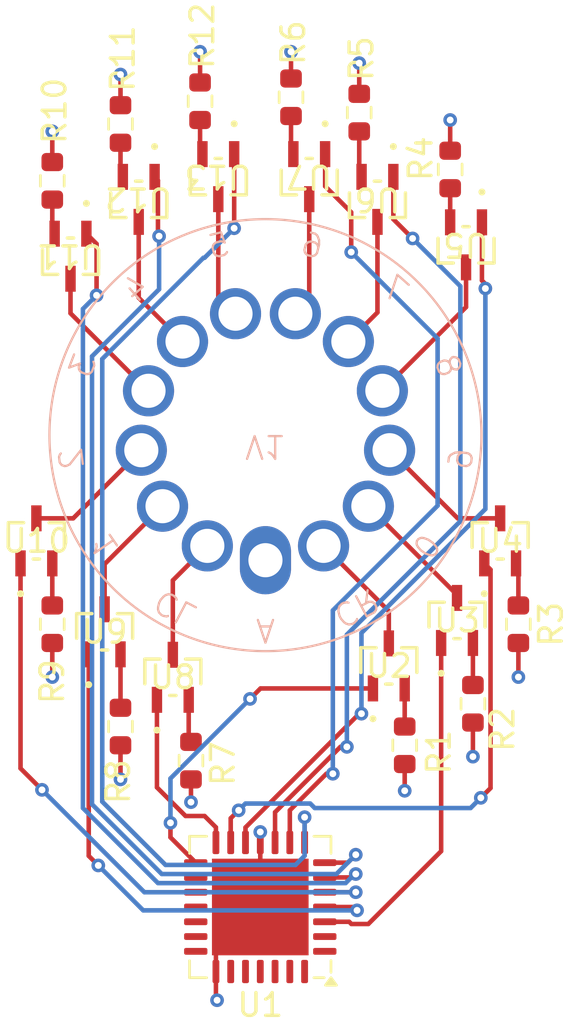
<source format=kicad_pcb>
(kicad_pcb (version 20240108) (generator "pcbnew") (generator_version "8.0")
  (layers (0 "F.Cu" signal) (1 "In1.Cu" signal) (2 "In2.Cu" signal) (3 "In3.Cu" signal) (4 "In4.Cu" signal) (31 "B.Cu" signal) (34 "B.Paste" user) (35 "F.Paste" user) (36 "B.SilkS" user "B.Silkscreen") (37 "F.SilkS" user "F.Silkscreen") (38 "B.Mask" user) (39 "F.Mask" user) (44 "Edge.Cuts" user))
  (net 0 "")
  (net 1 "GND")
  (net 2 "Net-(U2-EMITTER)")
  (net 3 "Net-(U3-EMITTER)")
  (net 4 "Net-(U4-EMITTER)")
  (net 5 "Net-(U5-EMITTER)")
  (net 6 "Net-(U6-EMITTER)")
  (net 7 "Net-(U7-EMITTER)")
  (net 8 "Net-(U8-EMITTER)")
  (net 9 "Net-(U9-EMITTER)")
  (net 10 "Net-(U10-EMITTER)")
  (net 11 "Net-(U11-EMITTER)")
  (net 12 "Net-(U12-EMITTER)")
  (net 13 "Net-(U13-EMITTER)")
  (net 14 "/Nixie_Block2/Cath_9")
  (net 15 "/A1")
  (net 16 "/Bypass_13")
  (net 17 "/Nixie_Block2/Cath_0")
  (net 18 "+5V")
  (net 19 "/Nixie_Block2/Cath_3")
  (net 20 "/A4")
  (net 21 "/A3")
  (net 22 "/Nixie_Block2/Cath_8")
  (net 23 "/Bypass_15")
  (net 24 "/A2")
  (net 25 "/Nixie_Block2/Comma_L")
  (net 26 "/Nixie_Block2/Cath_1")
  (net 27 "/SDA")
  (net 28 "/A5")
  (net 29 "/Bypass_12")
  (net 30 "/Nixie_Block2/Cath_4")
  (net 31 "/Nixie_Block2/Comma_R")
  (net 32 "/SCL")
  (net 33 "/Nixie_Block2/Cath_2")
  (net 34 "/Nixie_Block2/Cath_5")
  (net 35 "/Ext_Clk")
  (net 36 "/A0")
  (net 37 "/Bypass_14")
  (net 38 "/Nixie_Block2/Cath_7")
  (net 39 "/Nixie_Block2/Cath_6")
  (net 40 "Net-(U2-COLLECTOR)")
  (net 41 "Net-(U3-COLLECTOR)")
  (net 42 "Net-(U4-COLLECTOR)")
  (net 43 "Net-(U5-COLLECTOR)")
  (net 44 "Net-(U6-COLLECTOR)")
  (net 45 "Net-(U7-COLLECTOR)")
  (net 46 "Net-(U8-COLLECTOR)")
  (net 47 "Net-(U9-COLLECTOR)")
  (net 48 "Net-(U10-COLLECTOR)")
  (net 49 "Net-(U11-COLLECTOR)")
  (net 50 "Net-(U12-COLLECTOR)")
  (net 51 "Net-(U13-COLLECTOR)")
  (net 52 "+170V")
  (footprint "Package_DFN_QFN:QFN-28-1EP_6x6mm_P0.65mm_EP4.25x4.25mm" (layer "F.Cu") (at 162 103.952031 180)
    (property "Reference" "U1" (at 0 -4.31 0) (layer "F.SilkS"))
    (property "Value" "PCA9685BS")
    (fp_line (start 3.11 3.11) (end 3.11 2.36) (stroke (width 0.12)) (layer "F.SilkS"))
    (fp_line (start 3.11 -3.11) (end 3.11 -2.36) (stroke (width 0.12)) (layer "F.SilkS"))
    (fp_line (start 2.36 3.11) (end 3.11 3.11) (stroke (width 0.12)) (layer "F.SilkS"))
    (fp_line (start 2.36 -3.11) (end 3.11 -3.11) (stroke (width 0.12)) (layer "F.SilkS"))
    (fp_line (start -2.36 3.11) (end -3.11 3.11) (stroke (width 0.12)) (layer "F.SilkS"))
    (fp_line (start -2.36 -3.11) (end -2.81 -3.11) (stroke (width 0.12)) (layer "F.SilkS"))
    (fp_line (start -3.11 3.11) (end -3.11 2.36) (stroke (width 0.12)) (layer "F.SilkS"))
    (fp_line (start -3.11 -2.36) (end -3.11 -2.87) (stroke (width 0.12)) (layer "F.SilkS"))
    (fp_poly (pts (xy -3.11 -3.11) (xy -3.35 -3.44) (xy -2.87 -3.44) (xy -3.11 -3.11)) (stroke (width 0.12)) (fill solid) (layer "F.SilkS"))
    (pad "1" smd roundrect (at -2.8375 -1.95 180) (size 1.025 0.3) (layers "F.Cu" "F.Paste" "F.Mask") (net 21 "/A3"))
    (pad "2" smd roundrect (at -2.8375 -1.3 180) (size 1.025 0.3) (layers "F.Cu" "F.Paste" "F.Mask") (net 20 "/A4"))
    (pad "3" smd roundrect (at -2.8375 -0.65 180) (size 1.025 0.3) (layers "F.Cu" "F.Paste" "F.Mask") (net 17 "/Nixie_Block2/Cath_0"))
    (pad "4" smd roundrect (at -2.8375 0 180) (size 1.025 0.3) (layers "F.Cu" "F.Paste" "F.Mask") (net 26 "/Nixie_Block2/Cath_1"))
    (pad "5" smd roundrect (at -2.8375 0.65 180) (size 1.025 0.3) (layers "F.Cu" "F.Paste" "F.Mask") (net 33 "/Nixie_Block2/Cath_2"))
    (pad "6" smd roundrect (at -2.8375 1.3 180) (size 1.025 0.3) (layers "F.Cu" "F.Paste" "F.Mask") (net 19 "/Nixie_Block2/Cath_3"))
    (pad "7" smd roundrect (at -2.8375 1.95 180) (size 1.025 0.3) (layers "F.Cu" "F.Paste" "F.Mask") (net 30 "/Nixie_Block2/Cath_4"))
    (pad "8" smd roundrect (at -1.95 2.8375 180) (size 0.3 1.025) (layers "F.Cu" "F.Paste" "F.Mask") (net 34 "/Nixie_Block2/Cath_5"))
    (pad "9" smd roundrect (at -1.3 2.8375 180) (size 0.3 1.025) (layers "F.Cu" "F.Paste" "F.Mask") (net 39 "/Nixie_Block2/Cath_6"))
    (pad "10" smd roundrect (at -0.65 2.8375 180) (size 0.3 1.025) (layers "F.Cu" "F.Paste" "F.Mask") (net 38 "/Nixie_Block2/Cath_7"))
    (pad "11" smd roundrect (at 0 2.8375 180) (size 0.3 1.025) (layers "F.Cu" "F.Paste" "F.Mask") (net 1 "GND"))
    (pad "12" smd roundrect (at 0.65 2.8375 180) (size 0.3 1.025) (layers "F.Cu" "F.Paste" "F.Mask") (net 22 "/Nixie_Block2/Cath_8"))
    (pad "13" smd roundrect (at 1.3 2.8375 180) (size 0.3 1.025) (layers "F.Cu" "F.Paste" "F.Mask") (net 14 "/Nixie_Block2/Cath_9"))
    (pad "14" smd roundrect (at 1.95 2.8375 180) (size 0.3 1.025) (layers "F.Cu" "F.Paste" "F.Mask") (net 25 "/Nixie_Block2/Comma_L"))
    (pad "15" smd roundrect (at 2.8375 1.95 180) (size 1.025 0.3) (layers "F.Cu" "F.Paste" "F.Mask") (net 31 "/Nixie_Block2/Comma_R"))
    (pad "16" smd roundrect (at 2.8375 1.3 180) (size 1.025 0.3) (layers "F.Cu" "F.Paste" "F.Mask") (net 29 "/Bypass_12"))
    (pad "17" smd roundrect (at 2.8375 0.65 180) (size 1.025 0.3) (layers "F.Cu" "F.Paste" "F.Mask") (net 16 "/Bypass_13"))
    (pad "18" smd roundrect (at 2.8375 0 180) (size 1.025 0.3) (layers "F.Cu" "F.Paste" "F.Mask") (net 37 "/Bypass_14"))
    (pad "19" smd roundrect (at 2.8375 -0.65 180) (size 1.025 0.3) (layers "F.Cu" "F.Paste" "F.Mask") (net 23 "/Bypass_15"))
    (pad "20" smd roundrect (at 2.8375 -1.3 180) (size 1.025 0.3) (layers "F.Cu" "F.Paste" "F.Mask") (net 35 "/Ext_Clk"))
    (pad "21" smd roundrect (at 2.8375 -1.95 180) (size 1.025 0.3) (layers "F.Cu" "F.Paste" "F.Mask") (net 28 "/A5"))
    (pad "22" smd roundrect (at 1.95 -2.8375 180) (size 0.3 1.025) (layers "F.Cu" "F.Paste" "F.Mask") (net 1 "GND"))
    (pad "23" smd roundrect (at 1.3 -2.8375 180) (size 0.3 1.025) (layers "F.Cu" "F.Paste" "F.Mask") (net 32 "/SCL"))
    (pad "24" smd roundrect (at 0.65 -2.8375 180) (size 0.3 1.025) (layers "F.Cu" "F.Paste" "F.Mask") (net 27 "/SDA"))
    (pad "25" smd roundrect (at 0 -2.8375 180) (size 0.3 1.025) (layers "F.Cu" "F.Paste" "F.Mask") (net 18 "+5V"))
    (pad "26" smd roundrect (at -0.65 -2.8375 180) (size 0.3 1.025) (layers "F.Cu" "F.Paste" "F.Mask") (net 36 "/A0"))
    (pad "27" smd roundrect (at -1.3 -2.8375 180) (size 0.3 1.025) (layers "F.Cu" "F.Paste" "F.Mask") (net 15 "/A1"))
    (pad "28" smd roundrect (at -1.95 -2.8375 180) (size 0.3 1.025) (layers "F.Cu" "F.Paste" "F.Mask") (net 24 "/A2"))
    (pad "29" smd rect (at 0 0 180) (size 4.25 4.25) (property pad_prop_heatsink) (layers "F.Cu" "F.Mask") (net 1 "GND"))
  )
  (footprint "footprints:SOT-323-3_2P2X1P35_ONS" (layer "F.Cu") (at 172.551 87.8494)
    (property "Reference" "U4" (at 0 0 0) (layer "F.SilkS"))
    (property "Value" "MSD42WT1G" (hide yes))
    (fp_line (start -1.2319 -0.8001) (end -1.2319 0.285635) (stroke (width 0.1524)) (layer "F.SilkS"))
    (fp_line (start -0.56134 -0.8001) (end -1.2319 -0.8001) (stroke (width 0.1524)) (layer "F.SilkS"))
    (fp_line (start -0.13716 0.8001) (end 0.13716 0.8001) (stroke (width 0.1524)) (layer "F.SilkS"))
    (fp_line (start 1.2319 -0.8001) (end 0.56134 -0.8001) (stroke (width 0.1524)) (layer "F.SilkS"))
    (fp_line (start 1.2319 0.285635) (end 1.2319 -0.8001) (stroke (width 0.1524)) (layer "F.SilkS"))
    (fp_circle (center -0.6985 2.3241) (end -0.6223 2.3241) (stroke (width 0.1524)) (fill none) (layer "F.SilkS"))
    (pad "1" smd rect (at -0.6985 0.9906) (size 0.4572 1.143) (layers "F.Cu" "F.Paste" "F.Mask") (net 14 "/Nixie_Block2/Cath_9"))
    (pad "2" smd rect (at 0.6985 0.9906) (size 0.4572 1.143) (layers "F.Cu" "F.Paste" "F.Mask") (net 4 "Net-(U4-EMITTER)"))
    (pad "3" smd rect (at 0 -0.9906) (size 0.4572 1.143) (layers "F.Cu" "F.Paste" "F.Mask") (net 42 "Net-(U4-COLLECTOR)"))
  )
  (footprint "Resistor_SMD:R_0603_1608Metric" (layer "F.Cu") (at 155.8525 69.515 90)
    (property "Reference" "R11" (at 2.875 0.1 -90) (layer "F.SilkS"))
    (property "Value" "1K")
    (fp_line (start -0.237258 -0.5225) (end 0.237258 -0.5225) (stroke (width 0.12)) (layer "F.SilkS"))
    (fp_line (start -0.237258 0.5225) (end 0.237258 0.5225) (stroke (width 0.12)) (layer "F.SilkS"))
    (pad "1" smd roundrect (at -0.825 0 90) (size 0.8 0.95) (layers "F.Cu" "F.Paste" "F.Mask") (net 12 "Net-(U12-EMITTER)"))
    (pad "2" smd roundrect (at 0.825 0 90) (size 0.8 0.95) (layers "F.Cu" "F.Paste" "F.Mask") (net 1 "GND"))
  )
  (footprint "Resistor_SMD:R_0603_1608Metric" (layer "F.Cu") (at 155.8525 96.015 -90)
    (property "Reference" "R8" (at 2.425 0.1 -90) (layer "F.SilkS"))
    (property "Value" "1K")
    (fp_line (start -0.237258 0.5225) (end 0.237258 0.5225) (stroke (width 0.12)) (layer "F.SilkS"))
    (fp_line (start -0.237258 -0.5225) (end 0.237258 -0.5225) (stroke (width 0.12)) (layer "F.SilkS"))
    (pad "1" smd roundrect (at -0.825 0 270) (size 0.8 0.95) (layers "F.Cu" "F.Paste" "F.Mask") (net 9 "Net-(U9-EMITTER)"))
    (pad "2" smd roundrect (at 0.825 0 270) (size 0.8 0.95) (layers "F.Cu" "F.Paste" "F.Mask") (net 1 "GND"))
  )
  (footprint "footprints:SOT-323-3_2P2X1P35_ONS" (layer "F.Cu") (at 170.654 91.3494)
    (property "Reference" "U3" (at 0 0 0) (layer "F.SilkS"))
    (property "Value" "MSD42WT1G" (hide yes))
    (fp_line (start -1.2319 -0.8001) (end -1.2319 0.285635) (stroke (width 0.1524)) (layer "F.SilkS"))
    (fp_line (start -0.56134 -0.8001) (end -1.2319 -0.8001) (stroke (width 0.1524)) (layer "F.SilkS"))
    (fp_line (start -0.13716 0.8001) (end 0.13716 0.8001) (stroke (width 0.1524)) (layer "F.SilkS"))
    (fp_line (start 1.2319 -0.8001) (end 0.56134 -0.8001) (stroke (width 0.1524)) (layer "F.SilkS"))
    (fp_line (start 1.2319 0.285635) (end 1.2319 -0.8001) (stroke (width 0.1524)) (layer "F.SilkS"))
    (fp_circle (center -0.6985 2.3241) (end -0.6223 2.3241) (stroke (width 0.1524)) (fill none) (layer "F.SilkS"))
    (pad "1" smd rect (at -0.6985 0.9906) (size 0.4572 1.143) (layers "F.Cu" "F.Paste" "F.Mask") (net 17 "/Nixie_Block2/Cath_0"))
    (pad "2" smd rect (at 0.6985 0.9906) (size 0.4572 1.143) (layers "F.Cu" "F.Paste" "F.Mask") (net 3 "Net-(U3-EMITTER)"))
    (pad "3" smd rect (at 0 -0.9906) (size 0.4572 1.143) (layers "F.Cu" "F.Paste" "F.Mask") (net 41 "Net-(U3-COLLECTOR)"))
  )
  (footprint "Resistor_SMD:R_0603_1608Metric" (layer "F.Cu") (at 152.8525 72.015 90)
    (property "Reference" "R10" (at 3.075 0.1 -90) (layer "F.SilkS"))
    (property "Value" "1K")
    (fp_line (start -0.237258 -0.5225) (end 0.237258 -0.5225) (stroke (width 0.12)) (layer "F.SilkS"))
    (fp_line (start -0.237258 0.5225) (end 0.237258 0.5225) (stroke (width 0.12)) (layer "F.SilkS"))
    (pad "1" smd roundrect (at -0.825 0 90) (size 0.8 0.95) (layers "F.Cu" "F.Paste" "F.Mask") (net 11 "Net-(U11-EMITTER)"))
    (pad "2" smd roundrect (at 0.825 0 90) (size 0.8 0.95) (layers "F.Cu" "F.Paste" "F.Mask") (net 1 "GND"))
  )
  (footprint "Resistor_SMD:R_0603_1608Metric" (layer "F.Cu") (at 171.3525 95.015 -90)
    (property "Reference" "R2" (at 1.125 -1.3 -90) (layer "F.SilkS"))
    (property "Value" "1K")
    (fp_line (start -0.237258 0.5225) (end 0.237258 0.5225) (stroke (width 0.12)) (layer "F.SilkS"))
    (fp_line (start -0.237258 -0.5225) (end 0.237258 -0.5225) (stroke (width 0.12)) (layer "F.SilkS"))
    (pad "1" smd roundrect (at -0.825 0 270) (size 0.8 0.95) (layers "F.Cu" "F.Paste" "F.Mask") (net 3 "Net-(U3-EMITTER)"))
    (pad "2" smd roundrect (at 0.825 0 270) (size 0.8 0.95) (layers "F.Cu" "F.Paste" "F.Mask") (net 1 "GND"))
  )
  (footprint "Resistor_SMD:R_0603_1608Metric" (layer "F.Cu") (at 166.3525 69.015 90)
    (property "Reference" "R5" (at 2.375 0.1 -90) (layer "F.SilkS"))
    (property "Value" "1K")
    (fp_line (start -0.237258 -0.5225) (end 0.237258 -0.5225) (stroke (width 0.12)) (layer "F.SilkS"))
    (fp_line (start -0.237258 0.5225) (end 0.237258 0.5225) (stroke (width 0.12)) (layer "F.SilkS"))
    (pad "1" smd roundrect (at -0.825 0 90) (size 0.8 0.95) (layers "F.Cu" "F.Paste" "F.Mask") (net 6 "Net-(U6-EMITTER)"))
    (pad "2" smd roundrect (at 0.825 0 90) (size 0.8 0.95) (layers "F.Cu" "F.Paste" "F.Mask") (net 1 "GND"))
  )
  (footprint "Resistor_SMD:R_0603_1608Metric" (layer "F.Cu") (at 158.9525 97.515 -90)
    (property "Reference" "R7" (at 0.125 -1.4 -90) (layer "F.SilkS"))
    (property "Value" "7K87")
    (fp_line (start -0.237258 0.5225) (end 0.237258 0.5225) (stroke (width 0.12)) (layer "F.SilkS"))
    (fp_line (start -0.237258 -0.5225) (end 0.237258 -0.5225) (stroke (width 0.12)) (layer "F.SilkS"))
    (pad "1" smd roundrect (at -0.825 0 270) (size 0.8 0.95) (layers "F.Cu" "F.Paste" "F.Mask") (net 8 "Net-(U8-EMITTER)"))
    (pad "2" smd roundrect (at 0.825 0 270) (size 0.8 0.95) (layers "F.Cu" "F.Paste" "F.Mask") (net 1 "GND"))
  )
  (footprint "footprints:SOT-323-3_2P2X1P35_ONS" (layer "F.Cu") (at 152.154 87.8494)
    (property "Reference" "U10" (at 0 0 0) (layer "F.SilkS"))
    (property "Value" "MSD42WT1G" (hide yes))
    (fp_line (start -1.2319 -0.8001) (end -1.2319 0.285635) (stroke (width 0.1524)) (layer "F.SilkS"))
    (fp_line (start -0.56134 -0.8001) (end -1.2319 -0.8001) (stroke (width 0.1524)) (layer "F.SilkS"))
    (fp_line (start -0.13716 0.8001) (end 0.13716 0.8001) (stroke (width 0.1524)) (layer "F.SilkS"))
    (fp_line (start 1.2319 -0.8001) (end 0.56134 -0.8001) (stroke (width 0.1524)) (layer "F.SilkS"))
    (fp_line (start 1.2319 0.285635) (end 1.2319 -0.8001) (stroke (width 0.1524)) (layer "F.SilkS"))
    (fp_circle (center -0.6985 2.3241) (end -0.6223 2.3241) (stroke (width 0.1524)) (fill none) (layer "F.SilkS"))
    (pad "1" smd rect (at -0.6985 0.9906) (size 0.4572 1.143) (layers "F.Cu" "F.Paste" "F.Mask") (net 33 "/Nixie_Block2/Cath_2"))
    (pad "2" smd rect (at 0.6985 0.9906) (size 0.4572 1.143) (layers "F.Cu" "F.Paste" "F.Mask") (net 10 "Net-(U10-EMITTER)"))
    (pad "3" smd rect (at 0 -0.9906) (size 0.4572 1.143) (layers "F.Cu" "F.Paste" "F.Mask") (net 48 "Net-(U10-COLLECTOR)"))
  )
  (footprint "footprints:SOT-323-3_2P2X1P35_ONS" (layer "F.Cu") (at 164.154 71.8306 180)
    (property "Reference" "U7" (at 0 0 180) (layer "F.SilkS"))
    (property "Value" "MSD42WT1G" (hide yes))
    (fp_line (start 1.2319 0.285635) (end 1.2319 -0.8001) (stroke (width 0.1524)) (layer "F.SilkS"))
    (fp_line (start 1.2319 -0.8001) (end 0.56134 -0.8001) (stroke (width 0.1524)) (layer "F.SilkS"))
    (fp_line (start -0.13716 0.8001) (end 0.13716 0.8001) (stroke (width 0.1524)) (layer "F.SilkS"))
    (fp_line (start -0.56134 -0.8001) (end -1.2319 -0.8001) (stroke (width 0.1524)) (layer "F.SilkS"))
    (fp_line (start -1.2319 -0.8001) (end -1.2319 0.285635) (stroke (width 0.1524)) (layer "F.SilkS"))
    (fp_circle (center -0.6985 2.3241) (end -0.6223 2.3241) (stroke (width 0.1524)) (fill none) (layer "F.SilkS"))
    (pad "1" smd rect (at -0.6985 0.9906 180) (size 0.4572 1.143) (layers "F.Cu" "F.Paste" "F.Mask") (net 39 "/Nixie_Block2/Cath_6"))
    (pad "2" smd rect (at 0.6985 0.9906 180) (size 0.4572 1.143) (layers "F.Cu" "F.Paste" "F.Mask") (net 7 "Net-(U7-EMITTER)"))
    (pad "3" smd rect (at 0 -0.9906 180) (size 0.4572 1.143) (layers "F.Cu" "F.Paste" "F.Mask") (net 45 "Net-(U7-COLLECTOR)"))
  )
  (footprint "footprints:SOT-323-3_2P2X1P35_ONS" (layer "F.Cu") (at 160.154 71.8306 180)
    (property "Reference" "U13" (at 0 0 180) (layer "F.SilkS"))
    (property "Value" "MSD42WT1G" (hide yes))
    (fp_line (start 1.2319 0.285635) (end 1.2319 -0.8001) (stroke (width 0.1524)) (layer "F.SilkS"))
    (fp_line (start 1.2319 -0.8001) (end 0.56134 -0.8001) (stroke (width 0.1524)) (layer "F.SilkS"))
    (fp_line (start -0.13716 0.8001) (end 0.13716 0.8001) (stroke (width 0.1524)) (layer "F.SilkS"))
    (fp_line (start -0.56134 -0.8001) (end -1.2319 -0.8001) (stroke (width 0.1524)) (layer "F.SilkS"))
    (fp_line (start -1.2319 -0.8001) (end -1.2319 0.285635) (stroke (width 0.1524)) (layer "F.SilkS"))
    (fp_circle (center -0.6985 2.3241) (end -0.6223 2.3241) (stroke (width 0.1524)) (fill none) (layer "F.SilkS"))
    (pad "1" smd rect (at -0.6985 0.9906 180) (size 0.4572 1.143) (layers "F.Cu" "F.Paste" "F.Mask") (net 34 "/Nixie_Block2/Cath_5"))
    (pad "2" smd rect (at 0.6985 0.9906 180) (size 0.4572 1.143) (layers "F.Cu" "F.Paste" "F.Mask") (net 13 "Net-(U13-EMITTER)"))
    (pad "3" smd rect (at 0 -0.9906 180) (size 0.4572 1.143) (layers "F.Cu" "F.Paste" "F.Mask") (net 51 "Net-(U13-COLLECTOR)"))
  )
  (footprint "footprints:SOT-323-3_2P2X1P35_ONS" (layer "F.Cu") (at 171.051 74.8306 180)
    (property "Reference" "U5" (at 0 0 180) (layer "F.SilkS"))
    (property "Value" "MSD42WT1G" (hide yes))
    (fp_line (start 1.2319 0.285635) (end 1.2319 -0.8001) (stroke (width 0.1524)) (layer "F.SilkS"))
    (fp_line (start 1.2319 -0.8001) (end 0.56134 -0.8001) (stroke (width 0.1524)) (layer "F.SilkS"))
    (fp_line (start -0.13716 0.8001) (end 0.13716 0.8001) (stroke (width 0.1524)) (layer "F.SilkS"))
    (fp_line (start -0.56134 -0.8001) (end -1.2319 -0.8001) (stroke (width 0.1524)) (layer "F.SilkS"))
    (fp_line (start -1.2319 -0.8001) (end -1.2319 0.285635) (stroke (width 0.1524)) (layer "F.SilkS"))
    (fp_circle (center -0.6985 2.3241) (end -0.6223 2.3241) (stroke (width 0.1524)) (fill none) (layer "F.SilkS"))
    (pad "1" smd rect (at -0.6985 0.9906 180) (size 0.4572 1.143) (layers "F.Cu" "F.Paste" "F.Mask") (net 22 "/Nixie_Block2/Cath_8"))
    (pad "2" smd rect (at 0.6985 0.9906 180) (size 0.4572 1.143) (layers "F.Cu" "F.Paste" "F.Mask") (net 5 "Net-(U5-EMITTER)"))
    (pad "3" smd rect (at 0 -0.9906 180) (size 0.4572 1.143) (layers "F.Cu" "F.Paste" "F.Mask") (net 43 "Net-(U5-COLLECTOR)"))
  )
  (footprint "Resistor_SMD:R_0603_1608Metric" (layer "F.Cu") (at 173.3525 91.515 -90)
    (property "Reference" "R3" (at 0 -1.43 -90) (layer "F.SilkS"))
    (property "Value" "1K")
    (fp_line (start -0.237258 0.5225) (end 0.237258 0.5225) (stroke (width 0.12)) (layer "F.SilkS"))
    (fp_line (start -0.237258 -0.5225) (end 0.237258 -0.5225) (stroke (width 0.12)) (layer "F.SilkS"))
    (pad "1" smd roundrect (at -0.825 0 270) (size 0.8 0.95) (layers "F.Cu" "F.Paste" "F.Mask") (net 4 "Net-(U4-EMITTER)"))
    (pad "2" smd roundrect (at 0.825 0 270) (size 0.8 0.95) (layers "F.Cu" "F.Paste" "F.Mask") (net 1 "GND"))
  )
  (footprint "Resistor_SMD:R_0603_1608Metric" (layer "F.Cu") (at 163.3525 68.34 90)
    (property "Reference" "R6" (at 2.4 0.1 -90) (layer "F.SilkS"))
    (property "Value" "1K")
    (fp_line (start -0.237258 -0.5225) (end 0.237258 -0.5225) (stroke (width 0.12)) (layer "F.SilkS"))
    (fp_line (start -0.237258 0.5225) (end 0.237258 0.5225) (stroke (width 0.12)) (layer "F.SilkS"))
    (pad "1" smd roundrect (at -0.825 0 90) (size 0.8 0.95) (layers "F.Cu" "F.Paste" "F.Mask") (net 7 "Net-(U7-EMITTER)"))
    (pad "2" smd roundrect (at 0.825 0 90) (size 0.8 0.95) (layers "F.Cu" "F.Paste" "F.Mask") (net 1 "GND"))
  )
  (footprint "Resistor_SMD:R_0603_1608Metric" (layer "F.Cu") (at 170.3525 71.515 90)
    (property "Reference" "R4" (at 0.475 -1.3 -90) (layer "F.SilkS"))
    (property "Value" "1K")
    (fp_line (start -0.237258 -0.5225) (end 0.237258 -0.5225) (stroke (width 0.12)) (layer "F.SilkS"))
    (fp_line (start -0.237258 0.5225) (end 0.237258 0.5225) (stroke (width 0.12)) (layer "F.SilkS"))
    (pad "1" smd roundrect (at -0.825 0 90) (size 0.8 0.95) (layers "F.Cu" "F.Paste" "F.Mask") (net 5 "Net-(U5-EMITTER)"))
    (pad "2" smd roundrect (at 0.825 0 90) (size 0.8 0.95) (layers "F.Cu" "F.Paste" "F.Mask") (net 1 "GND"))
  )
  (footprint "Resistor_SMD:R_0603_1608Metric" (layer "F.Cu") (at 159.3525 68.515 90)
    (property "Reference" "R12" (at 2.875 0.1 -90) (layer "F.SilkS"))
    (property "Value" "1K")
    (fp_line (start -0.237258 -0.5225) (end 0.237258 -0.5225) (stroke (width 0.12)) (layer "F.SilkS"))
    (fp_line (start -0.237258 0.5225) (end 0.237258 0.5225) (stroke (width 0.12)) (layer "F.SilkS"))
    (pad "1" smd roundrect (at -0.825 0 90) (size 0.8 0.95) (layers "F.Cu" "F.Paste" "F.Mask") (net 13 "Net-(U13-EMITTER)"))
    (pad "2" smd roundrect (at 0.825 0 90) (size 0.8 0.95) (layers "F.Cu" "F.Paste" "F.Mask") (net 1 "GND"))
  )
  (footprint "footprints:SOT-323-3_2P2X1P35_ONS" (layer "F.Cu") (at 158.154 93.8494)
    (property "Reference" "U8" (at 0 0 0) (layer "F.SilkS"))
    (property "Value" "MSD42WT1G" (hide yes))
    (fp_line (start -1.2319 -0.8001) (end -1.2319 0.285635) (stroke (width 0.1524)) (layer "F.SilkS"))
    (fp_line (start -0.56134 -0.8001) (end -1.2319 -0.8001) (stroke (width 0.1524)) (layer "F.SilkS"))
    (fp_line (start -0.13716 0.8001) (end 0.13716 0.8001) (stroke (width 0.1524)) (layer "F.SilkS"))
    (fp_line (start 1.2319 -0.8001) (end 0.56134 -0.8001) (stroke (width 0.1524)) (layer "F.SilkS"))
    (fp_line (start 1.2319 0.285635) (end 1.2319 -0.8001) (stroke (width 0.1524)) (layer "F.SilkS"))
    (fp_circle (center -0.6985 2.3241) (end -0.6223 2.3241) (stroke (width 0.1524)) (fill none) (layer "F.SilkS"))
    (pad "1" smd rect (at -0.6985 0.9906) (size 0.4572 1.143) (layers "F.Cu" "F.Paste" "F.Mask") (net 25 "/Nixie_Block2/Comma_L"))
    (pad "2" smd rect (at 0.6985 0.9906) (size 0.4572 1.143) (layers "F.Cu" "F.Paste" "F.Mask") (net 8 "Net-(U8-EMITTER)"))
    (pad "3" smd rect (at 0 -0.9906) (size 0.4572 1.143) (layers "F.Cu" "F.Paste" "F.Mask") (net 46 "Net-(U8-COLLECTOR)"))
  )
  (footprint "footprints:SOT-323-3_2P2X1P35_ONS" (layer "F.Cu") (at 153.654 75.3306 180)
    (property "Reference" "U11" (at 0 0 180) (layer "F.SilkS"))
    (property "Value" "MSD42WT1G" (hide yes))
    (fp_line (start 1.2319 0.285635) (end 1.2319 -0.8001) (stroke (width 0.1524)) (layer "F.SilkS"))
    (fp_line (start 1.2319 -0.8001) (end 0.56134 -0.8001) (stroke (width 0.1524)) (layer "F.SilkS"))
    (fp_line (start -0.13716 0.8001) (end 0.13716 0.8001) (stroke (width 0.1524)) (layer "F.SilkS"))
    (fp_line (start -0.56134 -0.8001) (end -1.2319 -0.8001) (stroke (width 0.1524)) (layer "F.SilkS"))
    (fp_line (start -1.2319 -0.8001) (end -1.2319 0.285635) (stroke (width 0.1524)) (layer "F.SilkS"))
    (fp_circle (center -0.6985 2.3241) (end -0.6223 2.3241) (stroke (width 0.1524)) (fill none) (layer "F.SilkS"))
    (pad "1" smd rect (at -0.6985 0.9906 180) (size 0.4572 1.143) (layers "F.Cu" "F.Paste" "F.Mask") (net 19 "/Nixie_Block2/Cath_3"))
    (pad "2" smd rect (at 0.6985 0.9906 180) (size 0.4572 1.143) (layers "F.Cu" "F.Paste" "F.Mask") (net 11 "Net-(U11-EMITTER)"))
    (pad "3" smd rect (at 0 -0.9906 180) (size 0.4572 1.143) (layers "F.Cu" "F.Paste" "F.Mask") (net 49 "Net-(U11-COLLECTOR)"))
  )
  (footprint "footprints:SOT-323-3_2P2X1P35_ONS" (layer "F.Cu") (at 155.154 91.8494)
    (property "Reference" "U9" (at 0 0 0) (layer "F.SilkS"))
    (property "Value" "MSD42WT1G" (hide yes))
    (fp_line (start -1.2319 -0.8001) (end -1.2319 0.285635) (stroke (width 0.1524)) (layer "F.SilkS"))
    (fp_line (start -0.56134 -0.8001) (end -1.2319 -0.8001) (stroke (width 0.1524)) (layer "F.SilkS"))
    (fp_line (start -0.13716 0.8001) (end 0.13716 0.8001) (stroke (width 0.1524)) (layer "F.SilkS"))
    (fp_line (start 1.2319 -0.8001) (end 0.56134 -0.8001) (stroke (width 0.1524)) (layer "F.SilkS"))
    (fp_line (start 1.2319 0.285635) (end 1.2319 -0.8001) (stroke (width 0.1524)) (layer "F.SilkS"))
    (fp_circle (center -0.6985 2.3241) (end -0.6223 2.3241) (stroke (width 0.1524)) (fill none) (layer "F.SilkS"))
    (pad "1" smd rect (at -0.6985 0.9906) (size 0.4572 1.143) (layers "F.Cu" "F.Paste" "F.Mask") (net 26 "/Nixie_Block2/Cath_1"))
    (pad "2" smd rect (at 0.6985 0.9906) (size 0.4572 1.143) (layers "F.Cu" "F.Paste" "F.Mask") (net 9 "Net-(U9-EMITTER)"))
    (pad "3" smd rect (at 0 -0.9906) (size 0.4572 1.143) (layers "F.Cu" "F.Paste" "F.Mask") (net 47 "Net-(U9-COLLECTOR)"))
  )
  (footprint "footprints:SOT-323-3_2P2X1P35_ONS" (layer "F.Cu") (at 167.154 72.8306 180)
    (property "Reference" "U6" (at 0 0 180) (layer "F.SilkS"))
    (property "Value" "MSD42WT1G" (hide yes))
    (fp_line (start 1.2319 0.285635) (end 1.2319 -0.8001) (stroke (width 0.1524)) (layer "F.SilkS"))
    (fp_line (start 1.2319 -0.8001) (end 0.56134 -0.8001) (stroke (width 0.1524)) (layer "F.SilkS"))
    (fp_line (start -0.13716 0.8001) (end 0.13716 0.8001) (stroke (width 0.1524)) (layer "F.SilkS"))
    (fp_line (start -0.56134 -0.8001) (end -1.2319 -0.8001) (stroke (width 0.1524)) (layer "F.SilkS"))
    (fp_line (start -1.2319 -0.8001) (end -1.2319 0.285635) (stroke (width 0.1524)) (layer "F.SilkS"))
    (fp_circle (center -0.6985 2.3241) (end -0.6223 2.3241) (stroke (width 0.1524)) (fill none) (layer "F.SilkS"))
    (pad "1" smd rect (at -0.6985 0.9906 180) (size 0.4572 1.143) (layers "F.Cu" "F.Paste" "F.Mask") (net 38 "/Nixie_Block2/Cath_7"))
    (pad "2" smd rect (at 0.6985 0.9906 180) (size 0.4572 1.143) (layers "F.Cu" "F.Paste" "F.Mask") (net 6 "Net-(U6-EMITTER)"))
    (pad "3" smd rect (at 0 -0.9906 180) (size 0.4572 1.143) (layers "F.Cu" "F.Paste" "F.Mask") (net 44 "Net-(U6-COLLECTOR)"))
  )
  (footprint "footprints:SOT-323-3_2P2X1P35_ONS" (layer "F.Cu") (at 167.654 93.3494)
    (property "Reference" "U2" (at 0 0 0) (layer "F.SilkS"))
    (property "Value" "MSD42WT1G" (hide yes))
    (fp_line (start -1.2319 -0.8001) (end -1.2319 0.285635) (stroke (width 0.1524)) (layer "F.SilkS"))
    (fp_line (start -0.56134 -0.8001) (end -1.2319 -0.8001) (stroke (width 0.1524)) (layer "F.SilkS"))
    (fp_line (start -0.13716 0.8001) (end 0.13716 0.8001) (stroke (width 0.1524)) (layer "F.SilkS"))
    (fp_line (start 1.2319 -0.8001) (end 0.56134 -0.8001) (stroke (width 0.1524)) (layer "F.SilkS"))
    (fp_line (start 1.2319 0.285635) (end 1.2319 -0.8001) (stroke (width 0.1524)) (layer "F.SilkS"))
    (fp_circle (center -0.6985 2.3241) (end -0.6223 2.3241) (stroke (width 0.1524)) (fill none) (layer "F.SilkS"))
    (pad "1" smd rect (at -0.6985 0.9906) (size 0.4572 1.143) (layers "F.Cu" "F.Paste" "F.Mask") (net 31 "/Nixie_Block2/Comma_R"))
    (pad "2" smd rect (at 0.6985 0.9906) (size 0.4572 1.143) (layers "F.Cu" "F.Paste" "F.Mask") (net 2 "Net-(U2-EMITTER)"))
    (pad "3" smd rect (at 0 -0.9906) (size 0.4572 1.143) (layers "F.Cu" "F.Paste" "F.Mask") (net 40 "Net-(U2-COLLECTOR)"))
  )
  (footprint "Resistor_SMD:R_0603_1608Metric" (layer "F.Cu") (at 168.3525 96.84 -90)
    (property "Reference" "R1" (at 0.3 -1.5 -90) (layer "F.SilkS"))
    (property "Value" "7K87")
    (fp_line (start -0.237258 0.5225) (end 0.237258 0.5225) (stroke (width 0.12)) (layer "F.SilkS"))
    (fp_line (start -0.237258 -0.5225) (end 0.237258 -0.5225) (stroke (width 0.12)) (layer "F.SilkS"))
    (pad "1" smd roundrect (at -0.825 0 270) (size 0.8 0.95) (layers "F.Cu" "F.Paste" "F.Mask") (net 2 "Net-(U2-EMITTER)"))
    (pad "2" smd roundrect (at 0.825 0 270) (size 0.8 0.95) (layers "F.Cu" "F.Paste" "F.Mask") (net 1 "GND"))
  )
  (footprint "Resistor_SMD:R_0603_1608Metric" (layer "F.Cu") (at 152.8525 91.515 -90)
    (property "Reference" "R9" (at 2.525 0 -90) (layer "F.SilkS"))
    (property "Value" "1K")
    (fp_line (start -0.237258 0.5225) (end 0.237258 0.5225) (stroke (width 0.12)) (layer "F.SilkS"))
    (fp_line (start -0.237258 -0.5225) (end 0.237258 -0.5225) (stroke (width 0.12)) (layer "F.SilkS"))
    (pad "1" smd roundrect (at -0.825 0 270) (size 0.8 0.95) (layers "F.Cu" "F.Paste" "F.Mask") (net 10 "Net-(U10-EMITTER)"))
    (pad "2" smd roundrect (at 0.825 0 270) (size 0.8 0.95) (layers "F.Cu" "F.Paste" "F.Mask") (net 1 "GND"))
  )
  (footprint "footprints:SOT-323-3_2P2X1P35_ONS" (layer "F.Cu") (at 156.654 72.8306 180)
    (property "Reference" "U12" (at 0 0 180) (layer "F.SilkS"))
    (property "Value" "MSD42WT1G" (hide yes))
    (fp_line (start 1.2319 0.285635) (end 1.2319 -0.8001) (stroke (width 0.1524)) (layer "F.SilkS"))
    (fp_line (start 1.2319 -0.8001) (end 0.56134 -0.8001) (stroke (width 0.1524)) (layer "F.SilkS"))
    (fp_line (start -0.13716 0.8001) (end 0.13716 0.8001) (stroke (width 0.1524)) (layer "F.SilkS"))
    (fp_line (start -0.56134 -0.8001) (end -1.2319 -0.8001) (stroke (width 0.1524)) (layer "F.SilkS"))
    (fp_line (start -1.2319 -0.8001) (end -1.2319 0.285635) (stroke (width 0.1524)) (layer "F.SilkS"))
    (fp_circle (center -0.6985 2.3241) (end -0.6223 2.3241) (stroke (width 0.1524)) (fill none) (layer "F.SilkS"))
    (pad "1" smd rect (at -0.6985 0.9906 180) (size 0.4572 1.143) (layers "F.Cu" "F.Paste" "F.Mask") (net 30 "/Nixie_Block2/Cath_4"))
    (pad "2" smd rect (at 0.6985 0.9906 180) (size 0.4572 1.143) (layers "F.Cu" "F.Paste" "F.Mask") (net 12 "Net-(U12-EMITTER)"))
    (pad "3" smd rect (at 0 -0.9906 180) (size 0.4572 1.143) (layers "F.Cu" "F.Paste" "F.Mask") (net 50 "Net-(U12-COLLECTOR)"))
  )
  (footprint "Nixie_Stuff:IN14" (layer "B.Cu") (at 162.2275 83.2)
    (property "Reference" "V1" (at 0 0.5 180) (layer "B.SilkS") (effects (font (thickness 0.1)) (justify mirror)))
    (property "Value" "IN14")
    (fp_circle (center 0 0) (end 0 9.5) (stroke (width 0.1)) (fill none) (layer "B.SilkS"))
    (fp_text user "9" (at 7.941671 0.964293 -96.924) (layer "B.SilkS") (effects (font (thickness 0.1)) (justify bottom mirror)))
    (fp_text user "CR" (at 3.717785 7.083648 -152.308) (layer "B.SilkS") (effects (font (thickness 0.1)) (justify bottom mirror)))
    (fp_text user "2" (at -7.941671 0.964293 96.924) (layer "B.SilkS") (effects (font (thickness 0.1)) (justify bottom mirror)))
    (fp_text user "0" (at 6.583871 4.544518 -124.616) (layer "B.SilkS") (effects (font (thickness 0.1)) (justify bottom mirror)))
    (fp_text user "5" (at -1.914525 -7.767535 13.847) (layer "B.SilkS") (effects (font (thickness 0.1)) (justify bottom mirror)))
    (fp_text user "1" (at -6.583871 4.544518 124.616) (layer "B.SilkS") (effects (font (thickness 0.1)) (justify bottom mirror)))
    (fp_text user "4" (at -5.304981 -5.988086 41.539) (layer "B.SilkS") (effects (font (thickness 0.1)) (justify bottom mirror)))
    (fp_text user "A" (at 0 8 180) (layer "B.SilkS") (effects (font (thickness 0.1)) (justify bottom mirror)))
    (fp_text user "7" (at 5.304981 -5.988086 -41.539) (layer "B.SilkS") (effects (font (thickness 0.1)) (justify bottom mirror)))
    (fp_text user "3" (at -7.48013 -2.836839 69.231) (layer "B.SilkS") (effects (font (thickness 0.1)) (justify bottom mirror)))
    (fp_text user "8" (at 7.48013 -2.836839 -69.231) (layer "B.SilkS") (effects (font (thickness 0.1)) (justify bottom mirror)))
    (fp_text user "CL" (at -3.717785 7.083648 152.308) (layer "B.SilkS") (effects (font (thickness 0.1)) (justify bottom mirror)))
    (fp_text user "6" (at 1.914525 -7.767535 -13.847) (layer "B.SilkS") (effects (font (thickness 0.1)) (justify bottom mirror)))
    (pad "1" thru_hole oval (at 0 5.5) (size 2.25 3) (drill 1.5) (layers "*.Cu" "*.Mask") (net 52 "+170V"))
    (pad "2" thru_hole circle (at -2.555977 4.870008 332.308) (size 2.25 2.25) (drill 1.5) (layers "*.Cu" "*.Mask") (net 46 "Net-(U8-COLLECTOR)"))
    (pad "3" thru_hole circle (at -4.526411 3.124356 304.616) (size 2.25 2.25) (drill 1.5) (layers "*.Cu" "*.Mask") (net 47 "Net-(U9-COLLECTOR)"))
    (pad "4" thru_hole circle (at -5.459899 0.662952 276.924) (size 2.25 2.25) (drill 1.5) (layers "*.Cu" "*.Mask") (net 48 "Net-(U10-COLLECTOR)"))
    (pad "5" thru_hole circle (at -5.142589 -1.950327 249.231) (size 2.25 2.25) (drill 1.5) (layers "*.Cu" "*.Mask") (net 49 "Net-(U11-COLLECTOR)"))
    (pad "6" thru_hole circle (at -3.647175 -4.116809 221.539) (size 2.25 2.25) (drill 1.5) (layers "*.Cu" "*.Mask") (net 50 "Net-(U12-COLLECTOR)"))
    (pad "7" thru_hole circle (at -1.316236 -5.34018 193.847) (size 2.25 2.25) (drill 1.5) (layers "*.Cu" "*.Mask") (net 51 "Net-(U13-COLLECTOR)"))
    (pad "8" thru_hole circle (at 1.316236 -5.34018 166.154) (size 2.25 2.25) (drill 1.5) (layers "*.Cu" "*.Mask") (net 45 "Net-(U7-COLLECTOR)"))
    (pad "9" thru_hole circle (at 3.647175 -4.116809 138.462) (size 2.25 2.25) (drill 1.5) (layers "*.Cu" "*.Mask") (net 44 "Net-(U6-COLLECTOR)"))
    (pad "10" thru_hole circle (at 5.142589 -1.950327 110.77) (size 2.25 2.25) (drill 1.5) (layers "*.Cu" "*.Mask") (net 43 "Net-(U5-COLLECTOR)"))
    (pad "11" thru_hole circle (at 5.459899 0.662952 83.077) (size 2.25 2.25) (drill 1.5) (layers "*.Cu" "*.Mask") (net 42 "Net-(U4-COLLECTOR)"))
    (pad "12" thru_hole circle (at 4.526411 3.124356 55.385) (size 2.25 2.25) (drill 1.5) (layers "*.Cu" "*.Mask") (net 41 "Net-(U3-COLLECTOR)"))
    (pad "13" thru_hole circle (at 2.555977 4.870008 27.693) (size 2.25 2.25) (drill 1.5) (layers "*.Cu" "*.Mask") (net 40 "Net-(U2-COLLECTOR)"))
  )
  (segment (start 171.3525 95.84) (end 171.3525 97.34) (width 0.2) (layer "F.Cu") (net 1))
  (segment (start 168.3525 97.665) (end 168.3525 98.84) (width 0.2) (layer "F.Cu") (net 1))
  (segment (start 152.8525 71.19) (end 152.8525 69.84) (width 0.2) (layer "F.Cu") (net 1))
  (segment (start 160.05 108.002031) (end 160.1 108.052031) (width 0.2) (layer "F.Cu") (net 1))
  (segment (start 159.3525 67.69) (end 159.3525 66.34) (width 0.2) (layer "F.Cu") (net 1))
  (segment (start 163.3525 67.515) (end 163.3525 66.34) (width 0.2) (layer "F.Cu") (net 1))
  (segment (start 160.05 106.789531) (end 160.05 108.002031) (width 0.2) (layer "F.Cu") (net 1))
  (segment (start 173.3525 92.34) (end 173.3525 93.84) (width 0.2) (layer "F.Cu") (net 1))
  (segment (start 155.8525 68.69) (end 155.8525 67.34) (width 0.2) (layer "F.Cu") (net 1))
  (segment (start 160.05 105.902031) (end 162 103.952031) (width 0.2) (layer "F.Cu") (net 1))
  (segment (start 160.05 106.789531) (end 160.05 105.902031) (width 0.2) (layer "F.Cu") (net 1))
  (segment (start 162 101.114531) (end 162 100.652031) (width 0.2) (layer "F.Cu") (net 1))
  (segment (start 170.3525 70.69) (end 170.3525 69.34) (width 0.2) (layer "F.Cu") (net 1))
  (segment (start 155.8525 96.84) (end 155.8525 98.34) (width 0.2) (layer "F.Cu") (net 1))
  (segment (start 162 101.114531) (end 162 103.952031) (width 0.2) (layer "F.Cu") (net 1))
  (segment (start 166.3525 68.19) (end 166.3525 66.84) (width 0.2) (layer "F.Cu") (net 1))
  (segment (start 159.224265 98.325735) (end 159.275736 98.325735) (width 0.2) (layer "F.Cu") (net 1))
  (segment (start 152.8525 92.34) (end 152.8525 93.84) (width 0.2) (layer "F.Cu") (net 1))
  (segment (start 158.9525 98.34) (end 158.9525 99.34) (width 0.2) (layer "F.Cu") (net 1))
  (via (at 170.3525 69.34) (size 0.6) (drill 0.3) (layers "F.Cu" "B.Cu") (net 1))
  (via (at 162 100.652031) (size 0.6) (drill 0.3) (layers "F.Cu" "B.Cu") (net 1))
  (via (at 152.8525 69.84) (size 0.6) (drill 0.3) (layers "F.Cu" "B.Cu") (net 1))
  (via (at 168.3525 98.84) (size 0.6) (drill 0.3) (layers "F.Cu" "B.Cu") (net 1))
  (via (at 173.3525 93.84) (size 0.6) (drill 0.3) (layers "F.Cu" "B.Cu") (net 1))
  (via (at 166.3525 66.84) (size 0.6) (drill 0.3) (layers "F.Cu" "B.Cu") (net 1))
  (via (at 155.8525 98.34) (size 0.6) (drill 0.3) (layers "F.Cu" "B.Cu") (net 1))
  (via (at 155.8525 67.34) (size 0.6) (drill 0.3) (layers "F.Cu" "B.Cu") (net 1))
  (via (at 159.3525 66.34) (size 0.6) (drill 0.3) (layers "F.Cu" "B.Cu") (net 1))
  (via (at 163.3525 66.34) (size 0.6) (drill 0.3) (layers "F.Cu" "B.Cu") (net 1))
  (via (at 152.8525 93.84) (size 0.6) (drill 0.3) (layers "F.Cu" "B.Cu") (net 1))
  (via (at 160.1 108.052031) (size 0.6) (drill 0.3) (layers "F.Cu" "B.Cu") (net 1))
  (via (at 158.9525 99.34) (size 0.6) (drill 0.3) (layers "F.Cu" "B.Cu") (net 1))
  (via (at 171.3525 97.34) (size 0.6) (drill 0.3) (layers "F.Cu" "B.Cu") (net 1))
  (segment (start 168.3525 94.34) (end 168.3525 96.015) (width 0.2) (layer "F.Cu") (net 2))
  (segment (start 171.3525 92.34) (end 171.3525 94.19) (width 0.2) (layer "F.Cu") (net 3))
  (segment (start 173.3525 90.69) (end 173.3525 88.943) (width 0.2) (layer "F.Cu") (net 4))
  (segment (start 173.3525 88.943) (end 173.2495 88.84) (width 0.2) (layer "F.Cu") (net 4))
  (segment (start 170.3525 72.34) (end 170.3525 73.84) (width 0.2) (layer "F.Cu") (net 5))
  (segment (start 166.3525 71.737) (end 166.4555 71.84) (width 0.2) (layer "F.Cu") (net 6))
  (segment (start 166.3525 69.84) (end 166.3525 71.737) (width 0.2) (layer "F.Cu") (net 6))
  (segment (start 163.3525 70.737) (end 163.4555 70.84) (width 0.2) (layer "F.Cu") (net 7))
  (segment (start 163.3525 69.165) (end 163.3525 70.737) (width 0.2) (layer "F.Cu") (net 7))
  (segment (start 158.8525 94.84) (end 158.8525 96.59) (width 0.2) (layer "F.Cu") (net 8))
  (segment (start 158.8525 96.59) (end 158.9525 96.69) (width 0.2) (layer "F.Cu") (net 8))
  (segment (start 155.8525 95.19) (end 155.8525 92.84) (width 0.2) (layer "F.Cu") (net 9))
  (segment (start 152.8525 90.69) (end 152.8525 88.84) (width 0.2) (layer "F.Cu") (net 10))
  (segment (start 152.8525 74.237) (end 152.9555 74.34) (width 0.2) (layer "F.Cu") (net 11))
  (segment (start 152.8525 72.84) (end 152.8525 74.237) (width 0.2) (layer "F.Cu") (net 11))
  (segment (start 155.8525 71.737) (end 155.9555 71.84) (width 0.2) (layer "F.Cu") (net 12))
  (segment (start 155.8525 70.34) (end 155.8525 71.737) (width 0.2) (layer "F.Cu") (net 12))
  (segment (start 159.3525 69.34) (end 159.3525 70.737) (width 0.2) (layer "F.Cu") (net 13))
  (segment (start 159.3525 70.737) (end 159.4555 70.84) (width 0.2) (layer "F.Cu") (net 13))
  (segment (start 171.7 99.15) (end 172.1275 98.7225) (width 0.2) (layer "F.Cu") (net 14))
  (segment (start 160.7 100.05) (end 160.7 101.114531) (width 0.2) (layer "F.Cu") (net 14))
  (segment (start 161.05 99.7) (end 160.7 100.05) (width 0.2) (layer "F.Cu") (net 14))
  (segment (start 172.1275 98.7225) (end 172.1275 89.115) (width 0.2) (layer "F.Cu") (net 14))
  (segment (start 172.1275 89.115) (end 171.8525 88.84) (width 0.2) (layer "F.Cu") (net 14))
  (via (at 171.7 99.15) (size 0.6) (drill 0.3) (layers "F.Cu" "B.Cu") (net 14))
  (via (at 161.05 99.7) (size 0.6) (drill 0.3) (layers "F.Cu" "B.Cu") (net 14))
  (segment (start 161.05 99.7) (end 161.347969 99.402031) (width 0.2) (layer "B.Cu") (net 14))
  (segment (start 161.347969 99.402031) (end 164.198529 99.402031) (width 0.2) (layer "B.Cu") (net 14))
  (segment (start 171.25 99.6) (end 171.7 99.15) (width 0.2) (layer "B.Cu") (net 14))
  (segment (start 164.396498 99.6) (end 171.25 99.6) (width 0.2) (layer "B.Cu") (net 14))
  (segment (start 164.198529 99.402031) (end 164.396498 99.6) (width 0.2) (layer "B.Cu") (net 14))
  (segment (start 164.8375 104.602031) (end 165.9105 104.602031) (width 0.2) (layer "F.Cu") (net 17))
  (segment (start 165.9105 104.602031) (end 166.008469 104.7) (width 0.2) (layer "F.Cu") (net 17))
  (segment (start 166.752031 104.7) (end 169.9555 101.496531) (width 0.2) (layer "F.Cu") (net 17))
  (segment (start 169.9555 101.496531) (end 169.9555 92.34) (width 0.2) (layer "F.Cu") (net 17))
  (segment (start 166.008469 104.7) (end 166.752031 104.7) (width 0.2) (layer "F.Cu") (net 17))
  (segment (start 166.049997 102.652031) (end 166.2 102.502028) (width 0.2) (layer "F.Cu") (net 19))
  (segment (start 164.8375 102.652031) (end 166.049997 102.652031) (width 0.2) (layer "F.Cu") (net 19))
  (segment (start 154.8 74.9) (end 154.8 77.05) (width 0.2) (layer "F.Cu") (net 19))
  (segment (start 154.3525 74.34) (end 154.8 74.7875) (width 0.2) (layer "F.Cu") (net 19))
  (segment (start 154.8 74.7875) (end 154.8 74.9) (width 0.2) (layer "F.Cu") (net 19))
  (via (at 166.2 102.502028) (size 0.6) (drill 0.3) (layers "F.Cu" "B.Cu") (net 19))
  (via (at 154.8 77.05) (size 0.6) (drill 0.3) (layers "F.Cu" "B.Cu") (net 19))
  (segment (start 154.2 77.65) (end 154.8 77.05) (width 0.2) (layer "B.Cu") (net 19))
  (segment (start 154.2 99.6) (end 154.2 77.65) (width 0.2) (layer "B.Cu") (net 19))
  (segment (start 165.751471 102.902031) (end 157.502031 102.902031) (width 0.2) (layer "B.Cu") (net 19))
  (segment (start 157.502031 102.902031) (end 154.2 99.6) (width 0.2) (layer "B.Cu") (net 19))
  (segment (start 166.2 102.502028) (end 166.151474 102.502028) (width 0.2) (layer "B.Cu") (net 19))
  (segment (start 166.151474 102.502028) (end 165.751471 102.902031) (width 0.2) (layer "B.Cu") (net 19))
  (segment (start 161.35 100.453502) (end 161.35 101.114531) (width 0.2) (layer "F.Cu") (net 22))
  (segment (start 171.9 76.75) (end 171.9 76.55) (width 0.2) (layer "F.Cu") (net 22))
  (segment (start 166.418628 95.45) (end 166.353502 95.45) (width 0.2) (layer "F.Cu") (net 22))
  (segment (start 166.4 95.35) (end 166.368628 95.35) (width 0.2) (layer "F.Cu") (net 22))
  (segment (start 166.353502 95.45) (end 161.35 100.453502) (width 0.2) (layer "F.Cu") (net 22))
  (segment (start 171.7495 76.3995) (end 171.7495 73.84) (width 0.2) (layer "F.Cu") (net 22))
  (segment (start 171.9 76.55) (end 171.7495 76.3995) (width 0.2) (layer "F.Cu") (net 22))
  (via (at 166.45 95.45) (size 0.6) (drill 0.3) (layers "F.Cu" "B.Cu") (net 22))
  (via (at 171.9 76.75) (size 0.6) (drill 0.3) (layers "F.Cu" "B.Cu") (net 22))
  (segment (start 166.45 91.9) (end 171.9 86.45) (width 0.2) (layer "B.Cu") (net 22))
  (segment (start 171.9 86.45) (end 171.9 76.75) (width 0.2) (layer "B.Cu") (net 22))
  (segment (start 166.45 91.9) (end 166.45 95.45) (width 0.2) (layer "B.Cu") (net 22))
  (segment (start 160.05 100.45) (end 159.55 99.95) (width 0.2) (layer "F.Cu") (net 25))
  (segment (start 160.05 101.114531) (end 160.05 100.45) (width 0.2) (layer "F.Cu") (net 25))
  (segment (start 157.4555 98.691529) (end 157.4555 94.84) (width 0.2) (layer "F.Cu") (net 25))
  (segment (start 159.55 99.95) (end 158.713971 99.95) (width 0.2) (layer "F.Cu") (net 25))
  (segment (start 158.713971 99.95) (end 157.4555 98.691529) (width 0.2) (layer "F.Cu") (net 25))
  (segment (start 154.4555 101.70403) (end 154.4555 92.84) (width 0.2) (layer "F.Cu") (net 26))
  (segment (start 154.875735 102.124265) (end 154.4555 101.70403) (width 0.2) (layer "F.Cu") (net 26))
  (segment (start 164.8375 103.952031) (end 166.109029 103.952031) (width 0.2) (layer "F.Cu") (net 26))
  (segment (start 166.109029 103.952031) (end 166.256998 104.1) (width 0.2) (layer "F.Cu") (net 26))
  (via (at 166.256998 104.1) (size 0.6) (drill 0.3) (layers "F.Cu" "B.Cu") (net 26))
  (via (at 154.875735 102.124265) (size 0.6) (drill 0.3) (layers "F.Cu" "B.Cu") (net 26))
  (segment (start 166.256998 104.1) (end 156.85147 104.1) (width 0.2) (layer "B.Cu") (net 26))
  (segment (start 156.85147 104.1) (end 154.875735 102.124265) (width 0.2) (layer "B.Cu") (net 26))
  (segment (start 157.3525 71.84) (end 157.3525 71.8525) (width 0.2) (layer "F.Cu") (net 30))
  (segment (start 157.5 74.4) (end 157.55 74.45) (width 0.2) (layer "F.Cu") (net 30))
  (segment (start 157.3525 71.8525) (end 157.5 72) (width 0.2) (layer "F.Cu") (net 30))
  (segment (start 164.8375 102.002031) (end 165.85 102.002031) (width 0.2) (layer "F.Cu") (net 30))
  (segment (start 157.5 72) (end 157.5 74.4) (width 0.2) (layer "F.Cu") (net 30))
  (segment (start 165.85 102.002031) (end 166.2 101.652031) (width 0.2) (layer "F.Cu") (net 30))
  (via (at 157.55 74.45) (size 0.6) (drill 0.3) (layers "F.Cu" "B.Cu") (net 30))
  (via (at 166.2 101.652031) (size 0.6) (drill 0.3) (layers "F.Cu" "B.Cu") (net 30))
  (segment (start 165.35 102.502031) (end 157.667717 102.502031) (width 0.2) (layer "B.Cu") (net 30))
  (segment (start 157.667717 102.502031) (end 154.6 99.434314) (width 0.2) (layer "B.Cu") (net 30))
  (segment (start 166.2 101.652031) (end 165.35 102.502031) (width 0.2) (layer "B.Cu") (net 30))
  (segment (start 154.6 79.734314) (end 157.55 76.784314) (width 0.2) (layer "B.Cu") (net 30))
  (segment (start 154.6 99.434314) (end 154.6 79.734314) (width 0.2) (layer "B.Cu") (net 30))
  (segment (start 157.55 76.784314) (end 157.55 74.45) (width 0.2) (layer "B.Cu") (net 30))
  (segment (start 158.05 100.889531) (end 159.1625 102.002031) (width 0.2) (layer "F.Cu") (net 31))
  (segment (start 161.55 94.8) (end 162.01 94.34) (width 0.2) (layer "F.Cu") (net 31))
  (segment (start 162.01 94.34) (end 166.9555 94.34) (width 0.2) (layer "F.Cu") (net 31))
  (segment (start 158.05 100.25) (end 158.05 100.889531) (width 0.2) (layer "F.Cu") (net 31))
  (via (at 158.05 100.25) (size 0.6) (drill 0.3) (layers "F.Cu" "B.Cu") (net 31))
  (via (at 161.55 94.8) (size 0.6) (drill 0.3) (layers "F.Cu" "B.Cu") (net 31))
  (segment (start 158.05 98.3) (end 161.55 94.8) (width 0.2) (layer "B.Cu") (net 31))
  (segment (start 158.05 100.25) (end 158.05 98.3) (width 0.2) (layer "B.Cu") (net 31))
  (segment (start 164.85 103.302031) (end 164.9 103.352031) (width 0.2) (layer "F.Cu") (net 33))
  (segment (start 151.4555 88.84) (end 151.4555 97.8555) (width 0.2) (layer "F.Cu") (net 33))
  (segment (start 166.2 103.302031) (end 164.8375 103.302031) (width 0.2) (layer "F.Cu") (net 33))
  (segment (start 164.8375 103.302031) (end 164.85 103.302031) (width 0.2) (layer "F.Cu") (net 33))
  (segment (start 152.4 98.8) (end 151.4555 97.8555) (width 0.2) (layer "F.Cu") (net 33))
  (via (at 152.4 98.8) (size 0.6) (drill 0.3) (layers "F.Cu" "B.Cu") (net 33))
  (via (at 166.2 103.302031) (size 0.6) (drill 0.3) (layers "F.Cu" "B.Cu") (net 33))
  (segment (start 152.4 98.800001) (end 152.4 98.8) (width 0.2) (layer "B.Cu") (net 33))
  (segment (start 156.90203 103.302031) (end 152.4 98.800001) (width 0.2) (layer "B.Cu") (net 33))
  (segment (start 166.2 103.302031) (end 166.15 103.352031) (width 0.2) (layer "B.Cu") (net 33))
  (segment (start 166.2 103.302031) (end 156.90203 103.302031) (width 0.2) (layer "B.Cu") (net 33))
  (segment (start 163.95 101.114531) (end 163.95 100.002031) (width 0.2) (layer "F.Cu") (net 34))
  (segment (start 160.8525 70.84) (end 160.8525 74.0975) (width 0.2) (layer "F.Cu") (net 34))
  (segment (start 160.8525 74.0975) (end 160.85 74.1) (width 0.2) (layer "F.Cu") (net 34))
  (via (at 163.95 100.002031) (size 0.6) (drill 0.3) (layers "F.Cu" "B.Cu") (net 34))
  (via (at 160.85 74.1) (size 0.6) (drill 0.3) (layers "F.Cu" "B.Cu") (net 34))
  (segment (start 163.95 101.702031) (end 163.55 102.102031) (width 0.2) (layer "B.Cu") (net 34))
  (segment (start 163.55 102.102031) (end 157.833403 102.102031) (width 0.2) (layer "B.Cu") (net 34))
  (segment (start 155.05 79.85) (end 159.5 75.4) (width 0.2) (layer "B.Cu") (net 34))
  (segment (start 157.833403 102.102031) (end 155.05 99.318628) (width 0.2) (layer "B.Cu") (net 34))
  (segment (start 163.95 100.002031) (end 163.95 101.702031) (width 0.2) (layer "B.Cu") (net 34))
  (segment (start 159.5 75.4) (end 159.55 75.4) (width 0.2) (layer "B.Cu") (net 34))
  (segment (start 155.05 99.318628) (end 155.05 79.85) (width 0.2) (layer "B.Cu") (net 34))
  (segment (start 159.55 75.4) (end 160.85 74.1) (width 0.2) (layer "B.Cu") (net 34))
  (segment (start 168.7 74.55) (end 167.8525 73.7025) (width 0.2) (layer "F.Cu") (net 38))
  (segment (start 165.525735 96.908579) (end 162.65 99.784314) (width 0.2) (layer "F.Cu") (net 38))
  (segment (start 162.65 101.114531) (end 162.65 99.784314) (width 0.2) (layer "F.Cu") (net 38))
  (segment (start 167.8525 73.7025) (end 167.8525 71.84) (width 0.2) (layer "F.Cu") (net 38))
  (segment (start 165.808579 96.908579) (end 165.525735 96.908579) (width 0.2) (layer "F.Cu") (net 38))
  (via (at 168.7 74.55) (size 0.6) (drill 0.3) (layers "F.Cu" "B.Cu") (net 38))
  (via (at 165.808579 96.908579) (size 0.6) (drill 0.3) (layers "F.Cu" "B.Cu") (net 38))
  (segment (start 165.808579 91.975735) (end 170.8 86.984314) (width 0.2) (layer "B.Cu") (net 38))
  (segment (start 165.808579 96.908579) (end 165.808579 91.975735) (width 0.2) (layer "B.Cu") (net 38))
  (segment (start 170.8 86.984314) (end 170.8 76.65) (width 0.2) (layer "B.Cu") (net 38))
  (segment (start 170.8 76.65) (end 168.7 74.55) (width 0.2) (layer "B.Cu") (net 38))
  (segment (start 166 73.4) (end 164.8525 72.2525) (width 0.2) (layer "F.Cu") (net 39))
  (segment (start 164.8525 72.2525) (end 164.8525 70.84) (width 0.2) (layer "F.Cu") (net 39))
  (segment (start 165.191422 98.091422) (end 164.908578 98.091422) (width 0.2) (layer "F.Cu") (net 39))
  (segment (start 164.908578 98.091422) (end 163.3 99.7) (width 0.2) (layer "F.Cu") (net 39))
  (segment (start 163.3 101.114531) (end 163.3 99.7) (width 0.2) (layer "F.Cu") (net 39))
  (segment (start 166 75.15) (end 166 73.4) (width 0.2) (layer "F.Cu") (net 39))
  (via (at 165.191422 98.091422) (size 0.6) (drill 0.3) (layers "F.Cu" "B.Cu") (net 39))
  (via (at 166 75.15) (size 0.6) (drill 0.3) (layers "F.Cu" "B.Cu") (net 39))
  (segment (start 165.191422 98.091422) (end 165.191422 90.908578) (width 0.2) (layer "B.Cu") (net 39))
  (segment (start 165.191422 90.908578) (end 169.8 86.3) (width 0.2) (layer "B.Cu") (net 39))
  (segment (start 169.8 78.95) (end 166 75.15) (width 0.2) (layer "B.Cu") (net 39))
  (segment (start 169.8 86.3) (end 169.8 78.95) (width 0.2) (layer "B.Cu") (net 39))
  (segment (start 167.654 92.3588) (end 167.654 90.940531) (width 0.2) (layer "F.Cu") (net 40))
  (segment (start 167.654 90.940531) (end 164.783477 88.070008) (width 0.2) (layer "F.Cu") (net 40))
  (segment (start 170.654 90.224445) (end 166.753911 86.324356) (width 0.2) (layer "F.Cu") (net 41))
  (segment (start 170.654 90.3588) (end 170.654 90.224445) (width 0.2) (layer "F.Cu") (net 41))
  (segment (start 170.683247 86.8588) (end 167.687399 83.862952) (width 0.2) (layer "F.Cu") (net 42))
  (segment (start 172.551 86.8588) (end 170.683247 86.8588) (width 0.2) (layer "F.Cu") (net 42))
  (segment (start 171.051 77.568762) (end 167.370089 81.249673) (width 0.2) (layer "F.Cu") (net 43))
  (segment (start 171.051 75.8212) (end 171.051 77.568762) (width 0.2) (layer "F.Cu") (net 43))
  (segment (start 167.154 73.8212) (end 167.154 77.803866) (width 0.2) (layer "F.Cu") (net 44))
  (segment (start 167.154 77.803866) (end 165.874675 79.083191) (width 0.2) (layer "F.Cu") (net 44))
  (segment (start 164.154 77.249556) (end 163.543736 77.85982) (width 0.2) (layer "F.Cu") (net 45))
  (segment (start 164.154 72.8212) (end 164.154 77.249556) (width 0.2) (layer "F.Cu") (net 45))
  (segment (start 158.154 89.587531) (end 159.671523 88.070008) (width 0.2) (layer "F.Cu") (net 46))
  (segment (start 158.154 92.8588) (end 158.154 89.587531) (width 0.2) (layer "F.Cu") (net 46))
  (segment (start 155.154 90.8588) (end 155.154 88.871445) (width 0.2) (layer "F.Cu") (net 47))
  (segment (start 155.154 88.871445) (end 157.701089 86.324356) (width 0.2) (layer "F.Cu") (net 47))
  (segment (start 153.771753 86.8588) (end 156.767601 83.862952) (width 0.2) (layer "F.Cu") (net 48))
  (segment (start 152.154 86.8588) (end 153.771753 86.8588) (width 0.2) (layer "F.Cu") (net 48))
  (segment (start 157.062173 81.249673) (end 157.084911 81.249673) (width 0.2) (layer "F.Cu") (net 49))
  (segment (start 153.654 77.8415) (end 157.062173 81.249673) (width 0.2) (layer "F.Cu") (net 49))
  (segment (start 153.654 76.3212) (end 153.654 77.8415) (width 0.2) (layer "F.Cu") (net 49))
  (segment (start 156.654 77.156866) (end 156.654 73.8212) (width 0.2) (layer "F.Cu") (net 50))
  (segment (start 158.580325 79.083191) (end 156.654 77.156866) (width 0.2) (layer "F.Cu") (net 50))
  (segment (start 160.154 77.102556) (end 160.911264 77.85982) (width 0.2) (layer "F.Cu") (net 51))
  (segment (start 160.154 72.8212) (end 160.154 77.102556) (width 0.2) (layer "F.Cu") (net 51))
)
</source>
